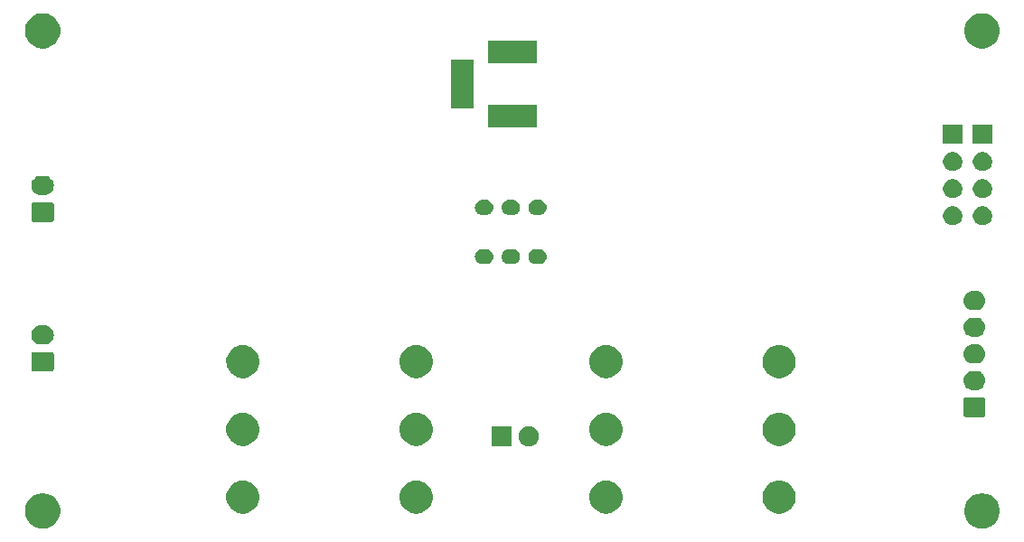
<source format=gbr>
G04 #@! TF.GenerationSoftware,KiCad,Pcbnew,(5.1.5)-3*
G04 #@! TF.CreationDate,2021-02-01T17:37:08+01:00*
G04 #@! TF.ProjectId,Prototype Board,50726f74-6f74-4797-9065-20426f617264,rev?*
G04 #@! TF.SameCoordinates,Original*
G04 #@! TF.FileFunction,Soldermask,Bot*
G04 #@! TF.FilePolarity,Negative*
%FSLAX46Y46*%
G04 Gerber Fmt 4.6, Leading zero omitted, Abs format (unit mm)*
G04 Created by KiCad (PCBNEW (5.1.5)-3) date 2021-02-01 17:37:08*
%MOMM*%
%LPD*%
G04 APERTURE LIST*
%ADD10C,0.100000*%
G04 APERTURE END LIST*
D10*
G36*
X194375256Y-142391298D02*
G01*
X194481579Y-142412447D01*
X194782042Y-142536903D01*
X195052451Y-142717585D01*
X195282415Y-142947549D01*
X195463097Y-143217958D01*
X195587553Y-143518421D01*
X195651000Y-143837391D01*
X195651000Y-144162609D01*
X195587553Y-144481579D01*
X195463097Y-144782042D01*
X195282415Y-145052451D01*
X195052451Y-145282415D01*
X194782042Y-145463097D01*
X194481579Y-145587553D01*
X194375256Y-145608702D01*
X194162611Y-145651000D01*
X193837389Y-145651000D01*
X193624744Y-145608702D01*
X193518421Y-145587553D01*
X193217958Y-145463097D01*
X192947549Y-145282415D01*
X192717585Y-145052451D01*
X192536903Y-144782042D01*
X192412447Y-144481579D01*
X192349000Y-144162609D01*
X192349000Y-143837391D01*
X192412447Y-143518421D01*
X192536903Y-143217958D01*
X192717585Y-142947549D01*
X192947549Y-142717585D01*
X193217958Y-142536903D01*
X193518421Y-142412447D01*
X193624744Y-142391298D01*
X193837389Y-142349000D01*
X194162611Y-142349000D01*
X194375256Y-142391298D01*
G37*
G36*
X106375256Y-142391298D02*
G01*
X106481579Y-142412447D01*
X106782042Y-142536903D01*
X107052451Y-142717585D01*
X107282415Y-142947549D01*
X107463097Y-143217958D01*
X107587553Y-143518421D01*
X107651000Y-143837391D01*
X107651000Y-144162609D01*
X107587553Y-144481579D01*
X107463097Y-144782042D01*
X107282415Y-145052451D01*
X107052451Y-145282415D01*
X106782042Y-145463097D01*
X106481579Y-145587553D01*
X106375256Y-145608702D01*
X106162611Y-145651000D01*
X105837389Y-145651000D01*
X105624744Y-145608702D01*
X105518421Y-145587553D01*
X105217958Y-145463097D01*
X104947549Y-145282415D01*
X104717585Y-145052451D01*
X104536903Y-144782042D01*
X104412447Y-144481579D01*
X104349000Y-144162609D01*
X104349000Y-143837391D01*
X104412447Y-143518421D01*
X104536903Y-143217958D01*
X104717585Y-142947549D01*
X104947549Y-142717585D01*
X105217958Y-142536903D01*
X105518421Y-142412447D01*
X105624744Y-142391298D01*
X105837389Y-142349000D01*
X106162611Y-142349000D01*
X106375256Y-142391298D01*
G37*
G36*
X141302585Y-141178802D02*
G01*
X141452410Y-141208604D01*
X141734674Y-141325521D01*
X141988705Y-141495259D01*
X142204741Y-141711295D01*
X142374479Y-141965326D01*
X142491396Y-142247590D01*
X142551000Y-142547240D01*
X142551000Y-142852760D01*
X142491396Y-143152410D01*
X142374479Y-143434674D01*
X142204741Y-143688705D01*
X141988705Y-143904741D01*
X141734674Y-144074479D01*
X141452410Y-144191396D01*
X141302585Y-144221198D01*
X141152761Y-144251000D01*
X140847239Y-144251000D01*
X140697415Y-144221198D01*
X140547590Y-144191396D01*
X140265326Y-144074479D01*
X140011295Y-143904741D01*
X139795259Y-143688705D01*
X139625521Y-143434674D01*
X139508604Y-143152410D01*
X139449000Y-142852760D01*
X139449000Y-142547240D01*
X139508604Y-142247590D01*
X139625521Y-141965326D01*
X139795259Y-141711295D01*
X140011295Y-141495259D01*
X140265326Y-141325521D01*
X140547590Y-141208604D01*
X140697415Y-141178802D01*
X140847239Y-141149000D01*
X141152761Y-141149000D01*
X141302585Y-141178802D01*
G37*
G36*
X175302585Y-141178802D02*
G01*
X175452410Y-141208604D01*
X175734674Y-141325521D01*
X175988705Y-141495259D01*
X176204741Y-141711295D01*
X176374479Y-141965326D01*
X176491396Y-142247590D01*
X176551000Y-142547240D01*
X176551000Y-142852760D01*
X176491396Y-143152410D01*
X176374479Y-143434674D01*
X176204741Y-143688705D01*
X175988705Y-143904741D01*
X175734674Y-144074479D01*
X175452410Y-144191396D01*
X175302585Y-144221198D01*
X175152761Y-144251000D01*
X174847239Y-144251000D01*
X174697415Y-144221198D01*
X174547590Y-144191396D01*
X174265326Y-144074479D01*
X174011295Y-143904741D01*
X173795259Y-143688705D01*
X173625521Y-143434674D01*
X173508604Y-143152410D01*
X173449000Y-142852760D01*
X173449000Y-142547240D01*
X173508604Y-142247590D01*
X173625521Y-141965326D01*
X173795259Y-141711295D01*
X174011295Y-141495259D01*
X174265326Y-141325521D01*
X174547590Y-141208604D01*
X174697415Y-141178802D01*
X174847239Y-141149000D01*
X175152761Y-141149000D01*
X175302585Y-141178802D01*
G37*
G36*
X159072585Y-141178802D02*
G01*
X159222410Y-141208604D01*
X159504674Y-141325521D01*
X159758705Y-141495259D01*
X159974741Y-141711295D01*
X160144479Y-141965326D01*
X160261396Y-142247590D01*
X160321000Y-142547240D01*
X160321000Y-142852760D01*
X160261396Y-143152410D01*
X160144479Y-143434674D01*
X159974741Y-143688705D01*
X159758705Y-143904741D01*
X159504674Y-144074479D01*
X159222410Y-144191396D01*
X159072585Y-144221198D01*
X158922761Y-144251000D01*
X158617239Y-144251000D01*
X158467415Y-144221198D01*
X158317590Y-144191396D01*
X158035326Y-144074479D01*
X157781295Y-143904741D01*
X157565259Y-143688705D01*
X157395521Y-143434674D01*
X157278604Y-143152410D01*
X157219000Y-142852760D01*
X157219000Y-142547240D01*
X157278604Y-142247590D01*
X157395521Y-141965326D01*
X157565259Y-141711295D01*
X157781295Y-141495259D01*
X158035326Y-141325521D01*
X158317590Y-141208604D01*
X158467415Y-141178802D01*
X158617239Y-141149000D01*
X158922761Y-141149000D01*
X159072585Y-141178802D01*
G37*
G36*
X125072585Y-141178802D02*
G01*
X125222410Y-141208604D01*
X125504674Y-141325521D01*
X125758705Y-141495259D01*
X125974741Y-141711295D01*
X126144479Y-141965326D01*
X126261396Y-142247590D01*
X126321000Y-142547240D01*
X126321000Y-142852760D01*
X126261396Y-143152410D01*
X126144479Y-143434674D01*
X125974741Y-143688705D01*
X125758705Y-143904741D01*
X125504674Y-144074479D01*
X125222410Y-144191396D01*
X125072585Y-144221198D01*
X124922761Y-144251000D01*
X124617239Y-144251000D01*
X124467415Y-144221198D01*
X124317590Y-144191396D01*
X124035326Y-144074479D01*
X123781295Y-143904741D01*
X123565259Y-143688705D01*
X123395521Y-143434674D01*
X123278604Y-143152410D01*
X123219000Y-142852760D01*
X123219000Y-142547240D01*
X123278604Y-142247590D01*
X123395521Y-141965326D01*
X123565259Y-141711295D01*
X123781295Y-141495259D01*
X124035326Y-141325521D01*
X124317590Y-141208604D01*
X124467415Y-141178802D01*
X124617239Y-141149000D01*
X124922761Y-141149000D01*
X125072585Y-141178802D01*
G37*
G36*
X151817395Y-136085546D02*
G01*
X151990466Y-136157234D01*
X151990467Y-136157235D01*
X152146227Y-136261310D01*
X152278690Y-136393773D01*
X152278691Y-136393775D01*
X152382766Y-136549534D01*
X152454454Y-136722605D01*
X152491000Y-136906333D01*
X152491000Y-137093667D01*
X152454454Y-137277395D01*
X152382766Y-137450466D01*
X152382765Y-137450467D01*
X152278690Y-137606227D01*
X152146227Y-137738690D01*
X152067818Y-137791081D01*
X151990466Y-137842766D01*
X151817395Y-137914454D01*
X151633667Y-137951000D01*
X151446333Y-137951000D01*
X151262605Y-137914454D01*
X151089534Y-137842766D01*
X151012182Y-137791081D01*
X150933773Y-137738690D01*
X150801310Y-137606227D01*
X150697235Y-137450467D01*
X150697234Y-137450466D01*
X150625546Y-137277395D01*
X150589000Y-137093667D01*
X150589000Y-136906333D01*
X150625546Y-136722605D01*
X150697234Y-136549534D01*
X150801309Y-136393775D01*
X150801310Y-136393773D01*
X150933773Y-136261310D01*
X151089533Y-136157235D01*
X151089534Y-136157234D01*
X151262605Y-136085546D01*
X151446333Y-136049000D01*
X151633667Y-136049000D01*
X151817395Y-136085546D01*
G37*
G36*
X149951000Y-137951000D02*
G01*
X148049000Y-137951000D01*
X148049000Y-136049000D01*
X149951000Y-136049000D01*
X149951000Y-137951000D01*
G37*
G36*
X141302585Y-134828802D02*
G01*
X141452410Y-134858604D01*
X141734674Y-134975521D01*
X141988705Y-135145259D01*
X142204741Y-135361295D01*
X142374479Y-135615326D01*
X142491396Y-135897590D01*
X142551000Y-136197240D01*
X142551000Y-136502760D01*
X142491396Y-136802410D01*
X142374479Y-137084674D01*
X142204741Y-137338705D01*
X141988705Y-137554741D01*
X141734674Y-137724479D01*
X141452410Y-137841396D01*
X141302585Y-137871198D01*
X141152761Y-137901000D01*
X140847239Y-137901000D01*
X140697415Y-137871198D01*
X140547590Y-137841396D01*
X140265326Y-137724479D01*
X140011295Y-137554741D01*
X139795259Y-137338705D01*
X139625521Y-137084674D01*
X139508604Y-136802410D01*
X139449000Y-136502760D01*
X139449000Y-136197240D01*
X139508604Y-135897590D01*
X139625521Y-135615326D01*
X139795259Y-135361295D01*
X140011295Y-135145259D01*
X140265326Y-134975521D01*
X140547590Y-134858604D01*
X140697415Y-134828802D01*
X140847239Y-134799000D01*
X141152761Y-134799000D01*
X141302585Y-134828802D01*
G37*
G36*
X125072585Y-134828802D02*
G01*
X125222410Y-134858604D01*
X125504674Y-134975521D01*
X125758705Y-135145259D01*
X125974741Y-135361295D01*
X126144479Y-135615326D01*
X126261396Y-135897590D01*
X126321000Y-136197240D01*
X126321000Y-136502760D01*
X126261396Y-136802410D01*
X126144479Y-137084674D01*
X125974741Y-137338705D01*
X125758705Y-137554741D01*
X125504674Y-137724479D01*
X125222410Y-137841396D01*
X125072585Y-137871198D01*
X124922761Y-137901000D01*
X124617239Y-137901000D01*
X124467415Y-137871198D01*
X124317590Y-137841396D01*
X124035326Y-137724479D01*
X123781295Y-137554741D01*
X123565259Y-137338705D01*
X123395521Y-137084674D01*
X123278604Y-136802410D01*
X123219000Y-136502760D01*
X123219000Y-136197240D01*
X123278604Y-135897590D01*
X123395521Y-135615326D01*
X123565259Y-135361295D01*
X123781295Y-135145259D01*
X124035326Y-134975521D01*
X124317590Y-134858604D01*
X124467415Y-134828802D01*
X124617239Y-134799000D01*
X124922761Y-134799000D01*
X125072585Y-134828802D01*
G37*
G36*
X175302585Y-134828802D02*
G01*
X175452410Y-134858604D01*
X175734674Y-134975521D01*
X175988705Y-135145259D01*
X176204741Y-135361295D01*
X176374479Y-135615326D01*
X176491396Y-135897590D01*
X176551000Y-136197240D01*
X176551000Y-136502760D01*
X176491396Y-136802410D01*
X176374479Y-137084674D01*
X176204741Y-137338705D01*
X175988705Y-137554741D01*
X175734674Y-137724479D01*
X175452410Y-137841396D01*
X175302585Y-137871198D01*
X175152761Y-137901000D01*
X174847239Y-137901000D01*
X174697415Y-137871198D01*
X174547590Y-137841396D01*
X174265326Y-137724479D01*
X174011295Y-137554741D01*
X173795259Y-137338705D01*
X173625521Y-137084674D01*
X173508604Y-136802410D01*
X173449000Y-136502760D01*
X173449000Y-136197240D01*
X173508604Y-135897590D01*
X173625521Y-135615326D01*
X173795259Y-135361295D01*
X174011295Y-135145259D01*
X174265326Y-134975521D01*
X174547590Y-134858604D01*
X174697415Y-134828802D01*
X174847239Y-134799000D01*
X175152761Y-134799000D01*
X175302585Y-134828802D01*
G37*
G36*
X159072585Y-134828802D02*
G01*
X159222410Y-134858604D01*
X159504674Y-134975521D01*
X159758705Y-135145259D01*
X159974741Y-135361295D01*
X160144479Y-135615326D01*
X160261396Y-135897590D01*
X160321000Y-136197240D01*
X160321000Y-136502760D01*
X160261396Y-136802410D01*
X160144479Y-137084674D01*
X159974741Y-137338705D01*
X159758705Y-137554741D01*
X159504674Y-137724479D01*
X159222410Y-137841396D01*
X159072585Y-137871198D01*
X158922761Y-137901000D01*
X158617239Y-137901000D01*
X158467415Y-137871198D01*
X158317590Y-137841396D01*
X158035326Y-137724479D01*
X157781295Y-137554741D01*
X157565259Y-137338705D01*
X157395521Y-137084674D01*
X157278604Y-136802410D01*
X157219000Y-136502760D01*
X157219000Y-136197240D01*
X157278604Y-135897590D01*
X157395521Y-135615326D01*
X157565259Y-135361295D01*
X157781295Y-135145259D01*
X158035326Y-134975521D01*
X158317590Y-134858604D01*
X158467415Y-134828802D01*
X158617239Y-134799000D01*
X158922761Y-134799000D01*
X159072585Y-134828802D01*
G37*
G36*
X194177600Y-133388989D02*
G01*
X194210652Y-133399015D01*
X194241103Y-133415292D01*
X194267799Y-133437201D01*
X194289708Y-133463897D01*
X194305985Y-133494348D01*
X194316011Y-133527400D01*
X194320000Y-133567903D01*
X194320000Y-135004097D01*
X194316011Y-135044600D01*
X194305985Y-135077652D01*
X194289708Y-135108103D01*
X194267799Y-135134799D01*
X194241103Y-135156708D01*
X194210652Y-135172985D01*
X194177600Y-135183011D01*
X194137097Y-135187000D01*
X192450903Y-135187000D01*
X192410400Y-135183011D01*
X192377348Y-135172985D01*
X192346897Y-135156708D01*
X192320201Y-135134799D01*
X192298292Y-135108103D01*
X192282015Y-135077652D01*
X192271989Y-135044600D01*
X192268000Y-135004097D01*
X192268000Y-133567903D01*
X192271989Y-133527400D01*
X192282015Y-133494348D01*
X192298292Y-133463897D01*
X192320201Y-133437201D01*
X192346897Y-133415292D01*
X192377348Y-133399015D01*
X192410400Y-133388989D01*
X192450903Y-133385000D01*
X194137097Y-133385000D01*
X194177600Y-133388989D01*
G37*
G36*
X193529443Y-130891519D02*
G01*
X193595627Y-130898037D01*
X193765466Y-130949557D01*
X193921991Y-131033222D01*
X193957729Y-131062552D01*
X194059186Y-131145814D01*
X194107545Y-131204741D01*
X194171778Y-131283009D01*
X194255443Y-131439534D01*
X194306963Y-131609373D01*
X194324359Y-131786000D01*
X194306963Y-131962627D01*
X194255443Y-132132466D01*
X194171778Y-132288991D01*
X194142448Y-132324729D01*
X194059186Y-132426186D01*
X193957729Y-132509448D01*
X193921991Y-132538778D01*
X193765466Y-132622443D01*
X193595627Y-132673963D01*
X193529442Y-132680482D01*
X193463260Y-132687000D01*
X193124740Y-132687000D01*
X193058558Y-132680482D01*
X192992373Y-132673963D01*
X192822534Y-132622443D01*
X192666009Y-132538778D01*
X192630271Y-132509448D01*
X192528814Y-132426186D01*
X192445552Y-132324729D01*
X192416222Y-132288991D01*
X192332557Y-132132466D01*
X192281037Y-131962627D01*
X192263641Y-131786000D01*
X192281037Y-131609373D01*
X192332557Y-131439534D01*
X192416222Y-131283009D01*
X192480455Y-131204741D01*
X192528814Y-131145814D01*
X192630271Y-131062552D01*
X192666009Y-131033222D01*
X192822534Y-130949557D01*
X192992373Y-130898037D01*
X193058557Y-130891519D01*
X193124740Y-130885000D01*
X193463260Y-130885000D01*
X193529443Y-130891519D01*
G37*
G36*
X175302585Y-128478802D02*
G01*
X175452410Y-128508604D01*
X175734674Y-128625521D01*
X175988705Y-128795259D01*
X176204741Y-129011295D01*
X176374479Y-129265326D01*
X176456203Y-129462627D01*
X176491396Y-129547591D01*
X176551000Y-129847239D01*
X176551000Y-130152761D01*
X176544189Y-130187000D01*
X176491396Y-130452410D01*
X176374479Y-130734674D01*
X176204741Y-130988705D01*
X175988705Y-131204741D01*
X175734674Y-131374479D01*
X175452410Y-131491396D01*
X175302585Y-131521198D01*
X175152761Y-131551000D01*
X174847239Y-131551000D01*
X174697415Y-131521198D01*
X174547590Y-131491396D01*
X174265326Y-131374479D01*
X174011295Y-131204741D01*
X173795259Y-130988705D01*
X173625521Y-130734674D01*
X173508604Y-130452410D01*
X173455811Y-130187000D01*
X173449000Y-130152761D01*
X173449000Y-129847239D01*
X173508604Y-129547591D01*
X173543797Y-129462627D01*
X173625521Y-129265326D01*
X173795259Y-129011295D01*
X174011295Y-128795259D01*
X174265326Y-128625521D01*
X174547590Y-128508604D01*
X174697415Y-128478802D01*
X174847239Y-128449000D01*
X175152761Y-128449000D01*
X175302585Y-128478802D01*
G37*
G36*
X125072585Y-128478802D02*
G01*
X125222410Y-128508604D01*
X125504674Y-128625521D01*
X125758705Y-128795259D01*
X125974741Y-129011295D01*
X126144479Y-129265326D01*
X126226203Y-129462627D01*
X126261396Y-129547591D01*
X126321000Y-129847239D01*
X126321000Y-130152761D01*
X126314189Y-130187000D01*
X126261396Y-130452410D01*
X126144479Y-130734674D01*
X125974741Y-130988705D01*
X125758705Y-131204741D01*
X125504674Y-131374479D01*
X125222410Y-131491396D01*
X125072585Y-131521198D01*
X124922761Y-131551000D01*
X124617239Y-131551000D01*
X124467415Y-131521198D01*
X124317590Y-131491396D01*
X124035326Y-131374479D01*
X123781295Y-131204741D01*
X123565259Y-130988705D01*
X123395521Y-130734674D01*
X123278604Y-130452410D01*
X123225811Y-130187000D01*
X123219000Y-130152761D01*
X123219000Y-129847239D01*
X123278604Y-129547591D01*
X123313797Y-129462627D01*
X123395521Y-129265326D01*
X123565259Y-129011295D01*
X123781295Y-128795259D01*
X124035326Y-128625521D01*
X124317590Y-128508604D01*
X124467415Y-128478802D01*
X124617239Y-128449000D01*
X124922761Y-128449000D01*
X125072585Y-128478802D01*
G37*
G36*
X159072585Y-128478802D02*
G01*
X159222410Y-128508604D01*
X159504674Y-128625521D01*
X159758705Y-128795259D01*
X159974741Y-129011295D01*
X160144479Y-129265326D01*
X160226203Y-129462627D01*
X160261396Y-129547591D01*
X160321000Y-129847239D01*
X160321000Y-130152761D01*
X160314189Y-130187000D01*
X160261396Y-130452410D01*
X160144479Y-130734674D01*
X159974741Y-130988705D01*
X159758705Y-131204741D01*
X159504674Y-131374479D01*
X159222410Y-131491396D01*
X159072585Y-131521198D01*
X158922761Y-131551000D01*
X158617239Y-131551000D01*
X158467415Y-131521198D01*
X158317590Y-131491396D01*
X158035326Y-131374479D01*
X157781295Y-131204741D01*
X157565259Y-130988705D01*
X157395521Y-130734674D01*
X157278604Y-130452410D01*
X157225811Y-130187000D01*
X157219000Y-130152761D01*
X157219000Y-129847239D01*
X157278604Y-129547591D01*
X157313797Y-129462627D01*
X157395521Y-129265326D01*
X157565259Y-129011295D01*
X157781295Y-128795259D01*
X158035326Y-128625521D01*
X158317590Y-128508604D01*
X158467415Y-128478802D01*
X158617239Y-128449000D01*
X158922761Y-128449000D01*
X159072585Y-128478802D01*
G37*
G36*
X141302585Y-128478802D02*
G01*
X141452410Y-128508604D01*
X141734674Y-128625521D01*
X141988705Y-128795259D01*
X142204741Y-129011295D01*
X142374479Y-129265326D01*
X142456203Y-129462627D01*
X142491396Y-129547591D01*
X142551000Y-129847239D01*
X142551000Y-130152761D01*
X142544189Y-130187000D01*
X142491396Y-130452410D01*
X142374479Y-130734674D01*
X142204741Y-130988705D01*
X141988705Y-131204741D01*
X141734674Y-131374479D01*
X141452410Y-131491396D01*
X141302585Y-131521198D01*
X141152761Y-131551000D01*
X140847239Y-131551000D01*
X140697415Y-131521198D01*
X140547590Y-131491396D01*
X140265326Y-131374479D01*
X140011295Y-131204741D01*
X139795259Y-130988705D01*
X139625521Y-130734674D01*
X139508604Y-130452410D01*
X139455811Y-130187000D01*
X139449000Y-130152761D01*
X139449000Y-129847239D01*
X139508604Y-129547591D01*
X139543797Y-129462627D01*
X139625521Y-129265326D01*
X139795259Y-129011295D01*
X140011295Y-128795259D01*
X140265326Y-128625521D01*
X140547590Y-128508604D01*
X140697415Y-128478802D01*
X140847239Y-128449000D01*
X141152761Y-128449000D01*
X141302585Y-128478802D01*
G37*
G36*
X106908600Y-129102989D02*
G01*
X106941652Y-129113015D01*
X106972103Y-129129292D01*
X106998799Y-129151201D01*
X107020708Y-129177897D01*
X107036985Y-129208348D01*
X107047011Y-129241400D01*
X107051000Y-129281903D01*
X107051000Y-130718097D01*
X107047011Y-130758600D01*
X107036985Y-130791652D01*
X107020708Y-130822103D01*
X106998799Y-130848799D01*
X106972103Y-130870708D01*
X106941652Y-130886985D01*
X106908600Y-130897011D01*
X106868097Y-130901000D01*
X105131903Y-130901000D01*
X105091400Y-130897011D01*
X105058348Y-130886985D01*
X105027897Y-130870708D01*
X105001201Y-130848799D01*
X104979292Y-130822103D01*
X104963015Y-130791652D01*
X104952989Y-130758600D01*
X104949000Y-130718097D01*
X104949000Y-129281903D01*
X104952989Y-129241400D01*
X104963015Y-129208348D01*
X104979292Y-129177897D01*
X105001201Y-129151201D01*
X105027897Y-129129292D01*
X105058348Y-129113015D01*
X105091400Y-129102989D01*
X105131903Y-129099000D01*
X106868097Y-129099000D01*
X106908600Y-129102989D01*
G37*
G36*
X193529443Y-128391519D02*
G01*
X193595627Y-128398037D01*
X193765466Y-128449557D01*
X193921991Y-128533222D01*
X193957729Y-128562552D01*
X194059186Y-128645814D01*
X194142448Y-128747271D01*
X194171778Y-128783009D01*
X194255443Y-128939534D01*
X194306963Y-129109373D01*
X194324359Y-129286000D01*
X194306963Y-129462627D01*
X194255443Y-129632466D01*
X194171778Y-129788991D01*
X194142448Y-129824729D01*
X194059186Y-129926186D01*
X193957729Y-130009448D01*
X193921991Y-130038778D01*
X193765466Y-130122443D01*
X193595627Y-130173963D01*
X193529443Y-130180481D01*
X193463260Y-130187000D01*
X193124740Y-130187000D01*
X193058557Y-130180481D01*
X192992373Y-130173963D01*
X192822534Y-130122443D01*
X192666009Y-130038778D01*
X192630271Y-130009448D01*
X192528814Y-129926186D01*
X192445552Y-129824729D01*
X192416222Y-129788991D01*
X192332557Y-129632466D01*
X192281037Y-129462627D01*
X192263641Y-129286000D01*
X192281037Y-129109373D01*
X192332557Y-128939534D01*
X192416222Y-128783009D01*
X192445552Y-128747271D01*
X192528814Y-128645814D01*
X192630271Y-128562552D01*
X192666009Y-128533222D01*
X192822534Y-128449557D01*
X192992373Y-128398037D01*
X193058557Y-128391519D01*
X193124740Y-128385000D01*
X193463260Y-128385000D01*
X193529443Y-128391519D01*
G37*
G36*
X106260442Y-126605518D02*
G01*
X106326627Y-126612037D01*
X106496466Y-126663557D01*
X106652991Y-126747222D01*
X106688729Y-126776552D01*
X106790186Y-126859814D01*
X106873448Y-126961271D01*
X106902778Y-126997009D01*
X106986443Y-127153534D01*
X107037963Y-127323373D01*
X107055359Y-127500000D01*
X107037963Y-127676627D01*
X106986443Y-127846466D01*
X106902778Y-128002991D01*
X106873448Y-128038729D01*
X106790186Y-128140186D01*
X106688729Y-128223448D01*
X106652991Y-128252778D01*
X106496466Y-128336443D01*
X106326627Y-128387963D01*
X106260443Y-128394481D01*
X106194260Y-128401000D01*
X105805740Y-128401000D01*
X105739557Y-128394481D01*
X105673373Y-128387963D01*
X105503534Y-128336443D01*
X105347009Y-128252778D01*
X105311271Y-128223448D01*
X105209814Y-128140186D01*
X105126552Y-128038729D01*
X105097222Y-128002991D01*
X105013557Y-127846466D01*
X104962037Y-127676627D01*
X104944641Y-127500000D01*
X104962037Y-127323373D01*
X105013557Y-127153534D01*
X105097222Y-126997009D01*
X105126552Y-126961271D01*
X105209814Y-126859814D01*
X105311271Y-126776552D01*
X105347009Y-126747222D01*
X105503534Y-126663557D01*
X105673373Y-126612037D01*
X105739558Y-126605518D01*
X105805740Y-126599000D01*
X106194260Y-126599000D01*
X106260442Y-126605518D01*
G37*
G36*
X193529442Y-125891518D02*
G01*
X193595627Y-125898037D01*
X193765466Y-125949557D01*
X193921991Y-126033222D01*
X193957729Y-126062552D01*
X194059186Y-126145814D01*
X194142448Y-126247271D01*
X194171778Y-126283009D01*
X194255443Y-126439534D01*
X194306963Y-126609373D01*
X194324359Y-126786000D01*
X194306963Y-126962627D01*
X194255443Y-127132466D01*
X194171778Y-127288991D01*
X194143561Y-127323373D01*
X194059186Y-127426186D01*
X193969242Y-127500000D01*
X193921991Y-127538778D01*
X193765466Y-127622443D01*
X193595627Y-127673963D01*
X193529442Y-127680482D01*
X193463260Y-127687000D01*
X193124740Y-127687000D01*
X193058558Y-127680482D01*
X192992373Y-127673963D01*
X192822534Y-127622443D01*
X192666009Y-127538778D01*
X192618758Y-127500000D01*
X192528814Y-127426186D01*
X192444439Y-127323373D01*
X192416222Y-127288991D01*
X192332557Y-127132466D01*
X192281037Y-126962627D01*
X192263641Y-126786000D01*
X192281037Y-126609373D01*
X192332557Y-126439534D01*
X192416222Y-126283009D01*
X192445552Y-126247271D01*
X192528814Y-126145814D01*
X192630271Y-126062552D01*
X192666009Y-126033222D01*
X192822534Y-125949557D01*
X192992373Y-125898037D01*
X193058558Y-125891518D01*
X193124740Y-125885000D01*
X193463260Y-125885000D01*
X193529442Y-125891518D01*
G37*
G36*
X193529442Y-123391518D02*
G01*
X193595627Y-123398037D01*
X193765466Y-123449557D01*
X193921991Y-123533222D01*
X193957729Y-123562552D01*
X194059186Y-123645814D01*
X194142448Y-123747271D01*
X194171778Y-123783009D01*
X194255443Y-123939534D01*
X194306963Y-124109373D01*
X194324359Y-124286000D01*
X194306963Y-124462627D01*
X194255443Y-124632466D01*
X194171778Y-124788991D01*
X194142448Y-124824729D01*
X194059186Y-124926186D01*
X193957729Y-125009448D01*
X193921991Y-125038778D01*
X193765466Y-125122443D01*
X193595627Y-125173963D01*
X193529442Y-125180482D01*
X193463260Y-125187000D01*
X193124740Y-125187000D01*
X193058558Y-125180482D01*
X192992373Y-125173963D01*
X192822534Y-125122443D01*
X192666009Y-125038778D01*
X192630271Y-125009448D01*
X192528814Y-124926186D01*
X192445552Y-124824729D01*
X192416222Y-124788991D01*
X192332557Y-124632466D01*
X192281037Y-124462627D01*
X192263641Y-124286000D01*
X192281037Y-124109373D01*
X192332557Y-123939534D01*
X192416222Y-123783009D01*
X192445552Y-123747271D01*
X192528814Y-123645814D01*
X192630271Y-123562552D01*
X192666009Y-123533222D01*
X192822534Y-123449557D01*
X192992373Y-123398037D01*
X193058558Y-123391518D01*
X193124740Y-123385000D01*
X193463260Y-123385000D01*
X193529442Y-123391518D01*
G37*
G36*
X150147421Y-119465143D02*
G01*
X150279557Y-119505227D01*
X150279559Y-119505228D01*
X150401339Y-119570320D01*
X150401341Y-119570321D01*
X150401340Y-119570321D01*
X150508080Y-119657920D01*
X150595679Y-119764660D01*
X150660773Y-119886443D01*
X150700857Y-120018579D01*
X150714391Y-120156000D01*
X150700857Y-120293421D01*
X150660773Y-120425557D01*
X150660772Y-120425559D01*
X150595680Y-120547339D01*
X150508080Y-120654080D01*
X150401339Y-120741680D01*
X150279559Y-120806772D01*
X150279557Y-120806773D01*
X150147421Y-120846857D01*
X150044432Y-120857000D01*
X149675568Y-120857000D01*
X149572579Y-120846857D01*
X149440443Y-120806773D01*
X149440441Y-120806772D01*
X149318661Y-120741680D01*
X149211920Y-120654080D01*
X149124320Y-120547339D01*
X149059228Y-120425559D01*
X149059227Y-120425557D01*
X149019143Y-120293421D01*
X149005609Y-120156000D01*
X149019143Y-120018579D01*
X149059227Y-119886443D01*
X149124321Y-119764660D01*
X149211920Y-119657920D01*
X149318660Y-119570321D01*
X149318659Y-119570321D01*
X149318661Y-119570320D01*
X149440441Y-119505228D01*
X149440443Y-119505227D01*
X149572579Y-119465143D01*
X149675568Y-119455000D01*
X150044432Y-119455000D01*
X150147421Y-119465143D01*
G37*
G36*
X147647421Y-119465143D02*
G01*
X147779557Y-119505227D01*
X147779559Y-119505228D01*
X147901339Y-119570320D01*
X147901341Y-119570321D01*
X147901340Y-119570321D01*
X148008080Y-119657920D01*
X148095679Y-119764660D01*
X148160773Y-119886443D01*
X148200857Y-120018579D01*
X148214391Y-120156000D01*
X148200857Y-120293421D01*
X148160773Y-120425557D01*
X148160772Y-120425559D01*
X148095680Y-120547339D01*
X148008080Y-120654080D01*
X147901339Y-120741680D01*
X147779559Y-120806772D01*
X147779557Y-120806773D01*
X147647421Y-120846857D01*
X147544432Y-120857000D01*
X147175568Y-120857000D01*
X147072579Y-120846857D01*
X146940443Y-120806773D01*
X146940441Y-120806772D01*
X146818661Y-120741680D01*
X146711920Y-120654080D01*
X146624320Y-120547339D01*
X146559228Y-120425559D01*
X146559227Y-120425557D01*
X146519143Y-120293421D01*
X146505609Y-120156000D01*
X146519143Y-120018579D01*
X146559227Y-119886443D01*
X146624321Y-119764660D01*
X146711920Y-119657920D01*
X146818660Y-119570321D01*
X146818659Y-119570321D01*
X146818661Y-119570320D01*
X146940441Y-119505228D01*
X146940443Y-119505227D01*
X147072579Y-119465143D01*
X147175568Y-119455000D01*
X147544432Y-119455000D01*
X147647421Y-119465143D01*
G37*
G36*
X152647421Y-119465143D02*
G01*
X152779557Y-119505227D01*
X152779559Y-119505228D01*
X152901339Y-119570320D01*
X152901341Y-119570321D01*
X152901340Y-119570321D01*
X153008080Y-119657920D01*
X153095679Y-119764660D01*
X153160773Y-119886443D01*
X153200857Y-120018579D01*
X153214391Y-120156000D01*
X153200857Y-120293421D01*
X153160773Y-120425557D01*
X153160772Y-120425559D01*
X153095680Y-120547339D01*
X153008080Y-120654080D01*
X152901339Y-120741680D01*
X152779559Y-120806772D01*
X152779557Y-120806773D01*
X152647421Y-120846857D01*
X152544432Y-120857000D01*
X152175568Y-120857000D01*
X152072579Y-120846857D01*
X151940443Y-120806773D01*
X151940441Y-120806772D01*
X151818661Y-120741680D01*
X151711920Y-120654080D01*
X151624320Y-120547339D01*
X151559228Y-120425559D01*
X151559227Y-120425557D01*
X151519143Y-120293421D01*
X151505609Y-120156000D01*
X151519143Y-120018579D01*
X151559227Y-119886443D01*
X151624321Y-119764660D01*
X151711920Y-119657920D01*
X151818660Y-119570321D01*
X151818659Y-119570321D01*
X151818661Y-119570320D01*
X151940441Y-119505228D01*
X151940443Y-119505227D01*
X152072579Y-119465143D01*
X152175568Y-119455000D01*
X152544432Y-119455000D01*
X152647421Y-119465143D01*
G37*
G36*
X194169512Y-115435927D02*
G01*
X194318812Y-115465624D01*
X194482784Y-115533544D01*
X194630354Y-115632147D01*
X194755853Y-115757646D01*
X194854456Y-115905216D01*
X194922376Y-116069188D01*
X194957000Y-116243259D01*
X194957000Y-116420741D01*
X194922376Y-116594812D01*
X194854456Y-116758784D01*
X194755853Y-116906354D01*
X194630354Y-117031853D01*
X194482784Y-117130456D01*
X194318812Y-117198376D01*
X194169512Y-117228073D01*
X194144742Y-117233000D01*
X193967258Y-117233000D01*
X193942488Y-117228073D01*
X193793188Y-117198376D01*
X193629216Y-117130456D01*
X193481646Y-117031853D01*
X193356147Y-116906354D01*
X193257544Y-116758784D01*
X193189624Y-116594812D01*
X193155000Y-116420741D01*
X193155000Y-116243259D01*
X193189624Y-116069188D01*
X193257544Y-115905216D01*
X193356147Y-115757646D01*
X193481646Y-115632147D01*
X193629216Y-115533544D01*
X193793188Y-115465624D01*
X193942488Y-115435927D01*
X193967258Y-115431000D01*
X194144742Y-115431000D01*
X194169512Y-115435927D01*
G37*
G36*
X191375512Y-115435927D02*
G01*
X191524812Y-115465624D01*
X191688784Y-115533544D01*
X191836354Y-115632147D01*
X191961853Y-115757646D01*
X192060456Y-115905216D01*
X192128376Y-116069188D01*
X192163000Y-116243259D01*
X192163000Y-116420741D01*
X192128376Y-116594812D01*
X192060456Y-116758784D01*
X191961853Y-116906354D01*
X191836354Y-117031853D01*
X191688784Y-117130456D01*
X191524812Y-117198376D01*
X191375512Y-117228073D01*
X191350742Y-117233000D01*
X191173258Y-117233000D01*
X191148488Y-117228073D01*
X190999188Y-117198376D01*
X190835216Y-117130456D01*
X190687646Y-117031853D01*
X190562147Y-116906354D01*
X190463544Y-116758784D01*
X190395624Y-116594812D01*
X190361000Y-116420741D01*
X190361000Y-116243259D01*
X190395624Y-116069188D01*
X190463544Y-115905216D01*
X190562147Y-115757646D01*
X190687646Y-115632147D01*
X190835216Y-115533544D01*
X190999188Y-115465624D01*
X191148488Y-115435927D01*
X191173258Y-115431000D01*
X191350742Y-115431000D01*
X191375512Y-115435927D01*
G37*
G36*
X106908600Y-115102989D02*
G01*
X106941652Y-115113015D01*
X106972103Y-115129292D01*
X106998799Y-115151201D01*
X107020708Y-115177897D01*
X107036985Y-115208348D01*
X107047011Y-115241400D01*
X107051000Y-115281903D01*
X107051000Y-116718097D01*
X107047011Y-116758600D01*
X107036985Y-116791652D01*
X107020708Y-116822103D01*
X106998799Y-116848799D01*
X106972103Y-116870708D01*
X106941652Y-116886985D01*
X106908600Y-116897011D01*
X106868097Y-116901000D01*
X105131903Y-116901000D01*
X105091400Y-116897011D01*
X105058348Y-116886985D01*
X105027897Y-116870708D01*
X105001201Y-116848799D01*
X104979292Y-116822103D01*
X104963015Y-116791652D01*
X104952989Y-116758600D01*
X104949000Y-116718097D01*
X104949000Y-115281903D01*
X104952989Y-115241400D01*
X104963015Y-115208348D01*
X104979292Y-115177897D01*
X105001201Y-115151201D01*
X105027897Y-115129292D01*
X105058348Y-115113015D01*
X105091400Y-115102989D01*
X105131903Y-115099000D01*
X106868097Y-115099000D01*
X106908600Y-115102989D01*
G37*
G36*
X147647421Y-114865143D02*
G01*
X147779557Y-114905227D01*
X147779559Y-114905228D01*
X147901339Y-114970320D01*
X148008080Y-115057920D01*
X148095680Y-115164661D01*
X148136697Y-115241400D01*
X148160773Y-115286443D01*
X148200857Y-115418579D01*
X148214391Y-115556000D01*
X148200857Y-115693421D01*
X148160773Y-115825557D01*
X148160772Y-115825559D01*
X148095680Y-115947339D01*
X148008080Y-116054080D01*
X147901339Y-116141680D01*
X147779559Y-116206772D01*
X147779557Y-116206773D01*
X147647421Y-116246857D01*
X147544432Y-116257000D01*
X147175568Y-116257000D01*
X147072579Y-116246857D01*
X146940443Y-116206773D01*
X146940441Y-116206772D01*
X146818661Y-116141680D01*
X146711920Y-116054080D01*
X146624320Y-115947339D01*
X146559228Y-115825559D01*
X146559227Y-115825557D01*
X146519143Y-115693421D01*
X146505609Y-115556000D01*
X146519143Y-115418579D01*
X146559227Y-115286443D01*
X146583303Y-115241400D01*
X146624320Y-115164661D01*
X146711920Y-115057920D01*
X146818661Y-114970320D01*
X146940441Y-114905228D01*
X146940443Y-114905227D01*
X147072579Y-114865143D01*
X147175568Y-114855000D01*
X147544432Y-114855000D01*
X147647421Y-114865143D01*
G37*
G36*
X152647421Y-114865143D02*
G01*
X152779557Y-114905227D01*
X152779559Y-114905228D01*
X152901339Y-114970320D01*
X153008080Y-115057920D01*
X153095680Y-115164661D01*
X153136697Y-115241400D01*
X153160773Y-115286443D01*
X153200857Y-115418579D01*
X153214391Y-115556000D01*
X153200857Y-115693421D01*
X153160773Y-115825557D01*
X153160772Y-115825559D01*
X153095680Y-115947339D01*
X153008080Y-116054080D01*
X152901339Y-116141680D01*
X152779559Y-116206772D01*
X152779557Y-116206773D01*
X152647421Y-116246857D01*
X152544432Y-116257000D01*
X152175568Y-116257000D01*
X152072579Y-116246857D01*
X151940443Y-116206773D01*
X151940441Y-116206772D01*
X151818661Y-116141680D01*
X151711920Y-116054080D01*
X151624320Y-115947339D01*
X151559228Y-115825559D01*
X151559227Y-115825557D01*
X151519143Y-115693421D01*
X151505609Y-115556000D01*
X151519143Y-115418579D01*
X151559227Y-115286443D01*
X151583303Y-115241400D01*
X151624320Y-115164661D01*
X151711920Y-115057920D01*
X151818661Y-114970320D01*
X151940441Y-114905228D01*
X151940443Y-114905227D01*
X152072579Y-114865143D01*
X152175568Y-114855000D01*
X152544432Y-114855000D01*
X152647421Y-114865143D01*
G37*
G36*
X150147421Y-114865143D02*
G01*
X150279557Y-114905227D01*
X150279559Y-114905228D01*
X150401339Y-114970320D01*
X150508080Y-115057920D01*
X150595680Y-115164661D01*
X150636697Y-115241400D01*
X150660773Y-115286443D01*
X150700857Y-115418579D01*
X150714391Y-115556000D01*
X150700857Y-115693421D01*
X150660773Y-115825557D01*
X150660772Y-115825559D01*
X150595680Y-115947339D01*
X150508080Y-116054080D01*
X150401339Y-116141680D01*
X150279559Y-116206772D01*
X150279557Y-116206773D01*
X150147421Y-116246857D01*
X150044432Y-116257000D01*
X149675568Y-116257000D01*
X149572579Y-116246857D01*
X149440443Y-116206773D01*
X149440441Y-116206772D01*
X149318661Y-116141680D01*
X149211920Y-116054080D01*
X149124320Y-115947339D01*
X149059228Y-115825559D01*
X149059227Y-115825557D01*
X149019143Y-115693421D01*
X149005609Y-115556000D01*
X149019143Y-115418579D01*
X149059227Y-115286443D01*
X149083303Y-115241400D01*
X149124320Y-115164661D01*
X149211920Y-115057920D01*
X149318661Y-114970320D01*
X149440441Y-114905228D01*
X149440443Y-114905227D01*
X149572579Y-114865143D01*
X149675568Y-114855000D01*
X150044432Y-114855000D01*
X150147421Y-114865143D01*
G37*
G36*
X191375512Y-112895927D02*
G01*
X191524812Y-112925624D01*
X191688784Y-112993544D01*
X191836354Y-113092147D01*
X191961853Y-113217646D01*
X192060456Y-113365216D01*
X192128376Y-113529188D01*
X192163000Y-113703259D01*
X192163000Y-113880741D01*
X192128376Y-114054812D01*
X192060456Y-114218784D01*
X191961853Y-114366354D01*
X191836354Y-114491853D01*
X191688784Y-114590456D01*
X191524812Y-114658376D01*
X191375512Y-114688073D01*
X191350742Y-114693000D01*
X191173258Y-114693000D01*
X191148488Y-114688073D01*
X190999188Y-114658376D01*
X190835216Y-114590456D01*
X190687646Y-114491853D01*
X190562147Y-114366354D01*
X190463544Y-114218784D01*
X190395624Y-114054812D01*
X190361000Y-113880741D01*
X190361000Y-113703259D01*
X190395624Y-113529188D01*
X190463544Y-113365216D01*
X190562147Y-113217646D01*
X190687646Y-113092147D01*
X190835216Y-112993544D01*
X190999188Y-112925624D01*
X191148488Y-112895927D01*
X191173258Y-112891000D01*
X191350742Y-112891000D01*
X191375512Y-112895927D01*
G37*
G36*
X194169512Y-112895927D02*
G01*
X194318812Y-112925624D01*
X194482784Y-112993544D01*
X194630354Y-113092147D01*
X194755853Y-113217646D01*
X194854456Y-113365216D01*
X194922376Y-113529188D01*
X194957000Y-113703259D01*
X194957000Y-113880741D01*
X194922376Y-114054812D01*
X194854456Y-114218784D01*
X194755853Y-114366354D01*
X194630354Y-114491853D01*
X194482784Y-114590456D01*
X194318812Y-114658376D01*
X194169512Y-114688073D01*
X194144742Y-114693000D01*
X193967258Y-114693000D01*
X193942488Y-114688073D01*
X193793188Y-114658376D01*
X193629216Y-114590456D01*
X193481646Y-114491853D01*
X193356147Y-114366354D01*
X193257544Y-114218784D01*
X193189624Y-114054812D01*
X193155000Y-113880741D01*
X193155000Y-113703259D01*
X193189624Y-113529188D01*
X193257544Y-113365216D01*
X193356147Y-113217646D01*
X193481646Y-113092147D01*
X193629216Y-112993544D01*
X193793188Y-112925624D01*
X193942488Y-112895927D01*
X193967258Y-112891000D01*
X194144742Y-112891000D01*
X194169512Y-112895927D01*
G37*
G36*
X106260443Y-112605519D02*
G01*
X106326627Y-112612037D01*
X106496466Y-112663557D01*
X106652991Y-112747222D01*
X106688729Y-112776552D01*
X106790186Y-112859814D01*
X106873448Y-112961271D01*
X106902778Y-112997009D01*
X106986443Y-113153534D01*
X107037963Y-113323373D01*
X107055359Y-113500000D01*
X107037963Y-113676627D01*
X107029884Y-113703259D01*
X106986442Y-113846468D01*
X106968122Y-113880742D01*
X106902778Y-114002991D01*
X106873448Y-114038729D01*
X106790186Y-114140186D01*
X106694415Y-114218782D01*
X106652991Y-114252778D01*
X106496466Y-114336443D01*
X106326627Y-114387963D01*
X106260443Y-114394481D01*
X106194260Y-114401000D01*
X105805740Y-114401000D01*
X105739557Y-114394481D01*
X105673373Y-114387963D01*
X105503534Y-114336443D01*
X105347009Y-114252778D01*
X105305585Y-114218782D01*
X105209814Y-114140186D01*
X105126552Y-114038729D01*
X105097222Y-114002991D01*
X105031878Y-113880742D01*
X105013558Y-113846468D01*
X104970116Y-113703259D01*
X104962037Y-113676627D01*
X104944641Y-113500000D01*
X104962037Y-113323373D01*
X105013557Y-113153534D01*
X105097222Y-112997009D01*
X105126552Y-112961271D01*
X105209814Y-112859814D01*
X105311271Y-112776552D01*
X105347009Y-112747222D01*
X105503534Y-112663557D01*
X105673373Y-112612037D01*
X105739557Y-112605519D01*
X105805740Y-112599000D01*
X106194260Y-112599000D01*
X106260443Y-112605519D01*
G37*
G36*
X194169512Y-110355927D02*
G01*
X194318812Y-110385624D01*
X194482784Y-110453544D01*
X194630354Y-110552147D01*
X194755853Y-110677646D01*
X194854456Y-110825216D01*
X194922376Y-110989188D01*
X194957000Y-111163259D01*
X194957000Y-111340741D01*
X194922376Y-111514812D01*
X194854456Y-111678784D01*
X194755853Y-111826354D01*
X194630354Y-111951853D01*
X194482784Y-112050456D01*
X194318812Y-112118376D01*
X194169512Y-112148073D01*
X194144742Y-112153000D01*
X193967258Y-112153000D01*
X193942488Y-112148073D01*
X193793188Y-112118376D01*
X193629216Y-112050456D01*
X193481646Y-111951853D01*
X193356147Y-111826354D01*
X193257544Y-111678784D01*
X193189624Y-111514812D01*
X193155000Y-111340741D01*
X193155000Y-111163259D01*
X193189624Y-110989188D01*
X193257544Y-110825216D01*
X193356147Y-110677646D01*
X193481646Y-110552147D01*
X193629216Y-110453544D01*
X193793188Y-110385624D01*
X193942488Y-110355927D01*
X193967258Y-110351000D01*
X194144742Y-110351000D01*
X194169512Y-110355927D01*
G37*
G36*
X191375512Y-110355927D02*
G01*
X191524812Y-110385624D01*
X191688784Y-110453544D01*
X191836354Y-110552147D01*
X191961853Y-110677646D01*
X192060456Y-110825216D01*
X192128376Y-110989188D01*
X192163000Y-111163259D01*
X192163000Y-111340741D01*
X192128376Y-111514812D01*
X192060456Y-111678784D01*
X191961853Y-111826354D01*
X191836354Y-111951853D01*
X191688784Y-112050456D01*
X191524812Y-112118376D01*
X191375512Y-112148073D01*
X191350742Y-112153000D01*
X191173258Y-112153000D01*
X191148488Y-112148073D01*
X190999188Y-112118376D01*
X190835216Y-112050456D01*
X190687646Y-111951853D01*
X190562147Y-111826354D01*
X190463544Y-111678784D01*
X190395624Y-111514812D01*
X190361000Y-111340741D01*
X190361000Y-111163259D01*
X190395624Y-110989188D01*
X190463544Y-110825216D01*
X190562147Y-110677646D01*
X190687646Y-110552147D01*
X190835216Y-110453544D01*
X190999188Y-110385624D01*
X191148488Y-110355927D01*
X191173258Y-110351000D01*
X191350742Y-110351000D01*
X191375512Y-110355927D01*
G37*
G36*
X194957000Y-109613000D02*
G01*
X193155000Y-109613000D01*
X193155000Y-107811000D01*
X194957000Y-107811000D01*
X194957000Y-109613000D01*
G37*
G36*
X192163000Y-109613000D02*
G01*
X190361000Y-109613000D01*
X190361000Y-107811000D01*
X192163000Y-107811000D01*
X192163000Y-109613000D01*
G37*
G36*
X152301000Y-108051000D02*
G01*
X147699000Y-108051000D01*
X147699000Y-105949000D01*
X152301000Y-105949000D01*
X152301000Y-108051000D01*
G37*
G36*
X146351000Y-106301000D02*
G01*
X144249000Y-106301000D01*
X144249000Y-101699000D01*
X146351000Y-101699000D01*
X146351000Y-106301000D01*
G37*
G36*
X152301000Y-102051000D02*
G01*
X147699000Y-102051000D01*
X147699000Y-99949000D01*
X152301000Y-99949000D01*
X152301000Y-102051000D01*
G37*
G36*
X106375256Y-97391298D02*
G01*
X106481579Y-97412447D01*
X106782042Y-97536903D01*
X107052451Y-97717585D01*
X107282415Y-97947549D01*
X107463097Y-98217958D01*
X107587553Y-98518421D01*
X107651000Y-98837391D01*
X107651000Y-99162609D01*
X107587553Y-99481579D01*
X107463097Y-99782042D01*
X107282415Y-100052451D01*
X107052451Y-100282415D01*
X106782042Y-100463097D01*
X106481579Y-100587553D01*
X106375256Y-100608702D01*
X106162611Y-100651000D01*
X105837389Y-100651000D01*
X105624744Y-100608702D01*
X105518421Y-100587553D01*
X105217958Y-100463097D01*
X104947549Y-100282415D01*
X104717585Y-100052451D01*
X104536903Y-99782042D01*
X104412447Y-99481579D01*
X104349000Y-99162609D01*
X104349000Y-98837391D01*
X104412447Y-98518421D01*
X104536903Y-98217958D01*
X104717585Y-97947549D01*
X104947549Y-97717585D01*
X105217958Y-97536903D01*
X105518421Y-97412447D01*
X105624744Y-97391298D01*
X105837389Y-97349000D01*
X106162611Y-97349000D01*
X106375256Y-97391298D01*
G37*
G36*
X194375256Y-97391298D02*
G01*
X194481579Y-97412447D01*
X194782042Y-97536903D01*
X195052451Y-97717585D01*
X195282415Y-97947549D01*
X195463097Y-98217958D01*
X195587553Y-98518421D01*
X195651000Y-98837391D01*
X195651000Y-99162609D01*
X195587553Y-99481579D01*
X195463097Y-99782042D01*
X195282415Y-100052451D01*
X195052451Y-100282415D01*
X194782042Y-100463097D01*
X194481579Y-100587553D01*
X194375256Y-100608702D01*
X194162611Y-100651000D01*
X193837389Y-100651000D01*
X193624744Y-100608702D01*
X193518421Y-100587553D01*
X193217958Y-100463097D01*
X192947549Y-100282415D01*
X192717585Y-100052451D01*
X192536903Y-99782042D01*
X192412447Y-99481579D01*
X192349000Y-99162609D01*
X192349000Y-98837391D01*
X192412447Y-98518421D01*
X192536903Y-98217958D01*
X192717585Y-97947549D01*
X192947549Y-97717585D01*
X193217958Y-97536903D01*
X193518421Y-97412447D01*
X193624744Y-97391298D01*
X193837389Y-97349000D01*
X194162611Y-97349000D01*
X194375256Y-97391298D01*
G37*
M02*

</source>
